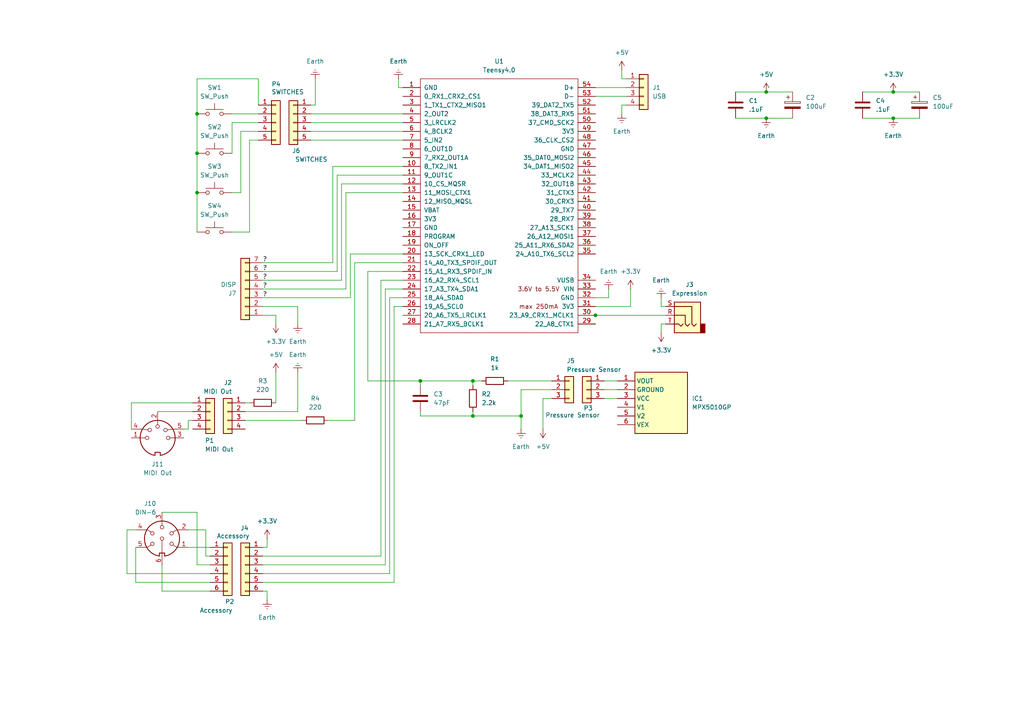
<source format=kicad_sch>
(kicad_sch (version 20250114) (generator "eeschema") (generator_version "9.0")
  (paper "A4")
  (lib_symbols
    (symbol "Connector:DIN-5_180degree" (pin_names (offset 1.016))
      (property "Reference" "J" (at 3.175 5.715 0))
      (property "Value" "DIN-5_180degree" (at 0 -6.35 0))
      (symbol "DIN-5_180degree_0_1"
        (polyline (pts (xy -5.08 2.54) (xy -4.318 2.54) (xy -2.794 2.286)))
        (polyline (pts (xy -5.08 0) (xy -3.556 0)))
        (circle (center -3.048 0) (radius 0.508))
        (circle (center -2.286 2.286) (radius 0.508))
        (polyline (pts (xy -0.762 -4.953) (xy -0.762 -4.191) (xy 0.762 -4.191) (xy 0.762 -4.953)) (stroke (width 0.254)))
        (arc (start 5.08 0) (mid 3.8673 -3.3444) (end 0.762 -5.08) (stroke (width 0.254)))
        (polyline (pts (xy 0 5.08) (xy 0 3.81)))
        (circle (center 0 3.302) (radius 0.508))
        (arc (start -5.08 0) (mid 0 5.0579) (end 5.08 0) (stroke (width 0.254)))
        (arc (start -0.762 -5.08) (mid -3.8597 -3.3379) (end -5.08 0) (stroke (width 0.254)))
        (circle (center 2.286 2.286) (radius 0.508))
        (circle (center 3.048 0) (radius 0.508))
        (polyline (pts (xy 5.08 2.54) (xy 4.318 2.54) (xy 2.794 2.286)))
        (polyline (pts (xy 5.08 0) (xy 3.556 0)))
      )
      (symbol "DIN-5_180degree_1_1"
        (pin passive line (at -7.62 2.54 0) (length 2.54) (name "~") (number "4"))
        (pin passive line (at -7.62 0 0) (length 2.54) (name "~") (number "1"))
        (pin passive line (at 0 7.62 270) (length 2.54) (name "~") (number "2"))
        (pin passive line (at 7.62 2.54 180) (length 2.54) (name "~") (number "5"))
        (pin passive line (at 7.62 0 180) (length 2.54) (name "~") (number "3"))
      )
    )
    (symbol "Connector:DIN-6" (pin_names (offset 1.016))
      (property "Reference" "J" (at 3.175 5.715 0))
      (property "Value" "DIN-6" (at 4.445 -4.445 0))
      (symbol "DIN-6_0_1"
        (polyline (pts (xy -5.08 2.54) (xy -4.318 2.54) (xy -3.175 1.905)))
        (polyline (pts (xy -5.08 -2.54) (xy -4.318 -2.54) (xy -3.175 -1.905)))
        (circle (center -2.794 1.524) (radius 0.508))
        (circle (center -2.794 -1.524) (radius 0.508))
        (polyline (pts (xy -0.762 -4.953) (xy -0.762 -4.191) (xy 0.762 -4.191) (xy 0.762 -4.953)) (stroke (width 0.254)))
        (arc (start 5.08 0) (mid 3.8673 -3.3444) (end 0.762 -5.08) (stroke (width 0.254)))
        (polyline (pts (xy 0 5.08) (xy 0 3.81)))
        (circle (center 0 3.302) (radius 0.508))
        (circle (center 0 0) (radius 0.508))
        (arc (start -5.08 0) (mid 0 5.0579) (end 5.08 0) (stroke (width 0.254)))
        (polyline (pts (xy 0 -5.08) (xy 0 -0.508)))
        (arc (start -0.762 -5.08) (mid -3.8597 -3.3379) (end -5.08 0) (stroke (width 0.254)))
        (circle (center 2.794 1.524) (radius 0.508))
        (circle (center 2.794 -1.524) (radius 0.508))
        (polyline (pts (xy 5.08 2.54) (xy 4.318 2.54) (xy 3.175 1.905)))
        (polyline (pts (xy 5.08 -2.54) (xy 4.318 -2.54) (xy 3.175 -1.905)))
      )
      (symbol "DIN-6_1_1"
        (pin passive line (at -7.62 2.54 0) (length 2.54) (name "~") (number "2"))
        (pin passive line (at -7.62 -2.54 0) (length 2.54) (name "~") (number "1"))
        (pin passive line (at 0 7.62 270) (length 2.54) (name "~") (number "3"))
        (pin passive line (at 0 -7.62 90) (length 2.54) (name "~") (number "6"))
        (pin passive line (at 7.62 2.54 180) (length 2.54) (name "~") (number "4"))
        (pin passive line (at 7.62 -2.54 180) (length 2.54) (name "~") (number "5"))
      )
    )
    (symbol "Connector_Audio:AudioJack3"
      (property "Reference" "J" (at 0 8.89 0))
      (property "Value" "AudioJack3" (at 0 6.35 0))
      (symbol "AudioJack3_0_1"
        (rectangle (start -5.08 -5.08) (end -6.35 -2.54) (stroke (width 0.254)) (fill (type outline)))
        (polyline (pts (xy -1.905 -2.54) (xy -1.27 -3.175) (xy -0.635 -2.54) (xy -0.635 0) (xy 2.54 0)) (stroke (width 0.254)))
        (polyline (pts (xy 0 -2.54) (xy 0.635 -3.175) (xy 1.27 -2.54) (xy 2.54 -2.54)) (stroke (width 0.254)))
        (rectangle (start 2.54 3.81) (end -5.08 -5.08) (stroke (width 0.254)) (fill (type background)))
        (polyline (pts (xy 2.54 2.54) (xy -2.54 2.54) (xy -2.54 -2.54) (xy -3.175 -3.175) (xy -3.81 -2.54)) (stroke (width 0.254)))
      )
      (symbol "AudioJack3_1_1"
        (pin passive line (at 5.08 2.54 180) (length 2.54) (name "~") (number "S"))
        (pin passive line (at 5.08 0 180) (length 2.54) (name "~") (number "R"))
        (pin passive line (at 5.08 -2.54 180) (length 2.54) (name "~") (number "T"))
      )
    )
    (symbol "Connector_Generic:Conn_01x03" (pin_names (offset 1.016) (hide yes))
      (property "Reference" "J" (at 0 5.08 0))
      (property "Value" "Conn_01x03" (at 0 -5.08 0))
      (symbol "Conn_01x03_1_1"
        (rectangle (start -1.27 3.81) (end 1.27 -3.81) (stroke (width 0.254)) (fill (type background)))
        (rectangle (start -1.27 2.667) (end 0 2.413) (stroke (width 0.1524)))
        (rectangle (start -1.27 0.127) (end 0 -0.127) (stroke (width 0.1524)))
        (rectangle (start -1.27 -2.413) (end 0 -2.667) (stroke (width 0.1524)))
        (pin passive line (at -5.08 2.54 0) (length 3.81) (name "Pin_1") (number "1"))
        (pin passive line (at -5.08 0 0) (length 3.81) (name "Pin_2") (number "2"))
        (pin passive line (at -5.08 -2.54 0) (length 3.81) (name "Pin_3") (number "3"))
      )
    )
    (symbol "Connector_Generic:Conn_01x04" (pin_names (offset 1.016) (hide yes))
      (property "Reference" "J" (at 0 5.08 0))
      (property "Value" "Conn_01x04" (at 0 -7.62 0))
      (symbol "Conn_01x04_1_1"
        (rectangle (start -1.27 3.81) (end 1.27 -6.35) (stroke (width 0.254)) (fill (type background)))
        (rectangle (start -1.27 2.667) (end 0 2.413) (stroke (width 0.1524)))
        (rectangle (start -1.27 0.127) (end 0 -0.127) (stroke (width 0.1524)))
        (rectangle (start -1.27 -2.413) (end 0 -2.667) (stroke (width 0.1524)))
        (rectangle (start -1.27 -4.953) (end 0 -5.207) (stroke (width 0.1524)))
        (pin passive line (at -5.08 2.54 0) (length 3.81) (name "Pin_1") (number "1"))
        (pin passive line (at -5.08 0 0) (length 3.81) (name "Pin_2") (number "2"))
        (pin passive line (at -5.08 -2.54 0) (length 3.81) (name "Pin_3") (number "3"))
        (pin passive line (at -5.08 -5.08 0) (length 3.81) (name "Pin_4") (number "4"))
      )
    )
    (symbol "Connector_Generic:Conn_01x05" (pin_names (offset 1.016) (hide yes))
      (property "Reference" "J" (at 0 7.62 0))
      (property "Value" "Conn_01x05" (at 0 -7.62 0))
      (symbol "Conn_01x05_1_1"
        (rectangle (start -1.27 6.35) (end 1.27 -6.35) (stroke (width 0.254)) (fill (type background)))
        (rectangle (start -1.27 5.207) (end 0 4.953) (stroke (width 0.1524)))
        (rectangle (start -1.27 2.667) (end 0 2.413) (stroke (width 0.1524)))
        (rectangle (start -1.27 0.127) (end 0 -0.127) (stroke (width 0.1524)))
        (rectangle (start -1.27 -2.413) (end 0 -2.667) (stroke (width 0.1524)))
        (rectangle (start -1.27 -4.953) (end 0 -5.207) (stroke (width 0.1524)))
        (pin passive line (at -5.08 5.08 0) (length 3.81) (name "Pin_1") (number "1"))
        (pin passive line (at -5.08 2.54 0) (length 3.81) (name "Pin_2") (number "2"))
        (pin passive line (at -5.08 0 0) (length 3.81) (name "Pin_3") (number "3"))
        (pin passive line (at -5.08 -2.54 0) (length 3.81) (name "Pin_4") (number "4"))
        (pin passive line (at -5.08 -5.08 0) (length 3.81) (name "Pin_5") (number "5"))
      )
    )
    (symbol "Connector_Generic:Conn_01x06" (pin_names (offset 1.016) (hide yes))
      (property "Reference" "J" (at 0 7.62 0))
      (property "Value" "Conn_01x06" (at 0 -10.16 0))
      (symbol "Conn_01x06_1_1"
        (rectangle (start -1.27 6.35) (end 1.27 -8.89) (stroke (width 0.254)) (fill (type background)))
        (rectangle (start -1.27 5.207) (end 0 4.953) (stroke (width 0.1524)))
        (rectangle (start -1.27 2.667) (end 0 2.413) (stroke (width 0.1524)))
        (rectangle (start -1.27 0.127) (end 0 -0.127) (stroke (width 0.1524)))
        (rectangle (start -1.27 -2.413) (end 0 -2.667) (stroke (width 0.1524)))
        (rectangle (start -1.27 -4.953) (end 0 -5.207) (stroke (width 0.1524)))
        (rectangle (start -1.27 -7.493) (end 0 -7.747) (stroke (width 0.1524)))
        (pin passive line (at -5.08 5.08 0) (length 3.81) (name "Pin_1") (number "1"))
        (pin passive line (at -5.08 2.54 0) (length 3.81) (name "Pin_2") (number "2"))
        (pin passive line (at -5.08 0 0) (length 3.81) (name "Pin_3") (number "3"))
        (pin passive line (at -5.08 -2.54 0) (length 3.81) (name "Pin_4") (number "4"))
        (pin passive line (at -5.08 -5.08 0) (length 3.81) (name "Pin_5") (number "5"))
        (pin passive line (at -5.08 -7.62 0) (length 3.81) (name "Pin_6") (number "6"))
      )
    )
    (symbol "Connector_Generic:Conn_01x07" (pin_names (offset 1.016) (hide yes))
      (property "Reference" "J" (at 0 10.16 0))
      (property "Value" "Conn_01x07" (at 0 -10.16 0))
      (symbol "Conn_01x07_1_1"
        (rectangle (start -1.27 8.89) (end 1.27 -8.89) (stroke (width 0.254)) (fill (type background)))
        (rectangle (start -1.27 7.747) (end 0 7.493) (stroke (width 0.1524)))
        (rectangle (start -1.27 5.207) (end 0 4.953) (stroke (width 0.1524)))
        (rectangle (start -1.27 2.667) (end 0 2.413) (stroke (width 0.1524)))
        (rectangle (start -1.27 0.127) (end 0 -0.127) (stroke (width 0.1524)))
        (rectangle (start -1.27 -2.413) (end 0 -2.667) (stroke (width 0.1524)))
        (rectangle (start -1.27 -4.953) (end 0 -5.207) (stroke (width 0.1524)))
        (rectangle (start -1.27 -7.493) (end 0 -7.747) (stroke (width 0.1524)))
        (pin passive line (at -5.08 7.62 0) (length 3.81) (name "Pin_1") (number "1"))
        (pin passive line (at -5.08 5.08 0) (length 3.81) (name "Pin_2") (number "2"))
        (pin passive line (at -5.08 2.54 0) (length 3.81) (name "Pin_3") (number "3"))
        (pin passive line (at -5.08 0 0) (length 3.81) (name "Pin_4") (number "4"))
        (pin passive line (at -5.08 -2.54 0) (length 3.81) (name "Pin_5") (number "5"))
        (pin passive line (at -5.08 -5.08 0) (length 3.81) (name "Pin_6") (number "6"))
        (pin passive line (at -5.08 -7.62 0) (length 3.81) (name "Pin_7") (number "7"))
      )
    )
    (symbol "Device:C" (pin_numbers (hide yes)) (pin_names (offset 0.254))
      (property "Reference" "C" (at 0.635 2.54 0))
      (property "Value" "C" (at 0.635 -2.54 0))
      (symbol "C_0_1"
        (polyline (pts (xy -2.032 0.762) (xy 2.032 0.762)) (stroke (width 0.508)))
        (polyline (pts (xy -2.032 -0.762) (xy 2.032 -0.762)) (stroke (width 0.508)))
      )
      (symbol "C_1_1"
        (pin passive line (at 0 3.81 270) (length 2.794) (name "~") (number "1"))
        (pin passive line (at 0 -3.81 90) (length 2.794) (name "~") (number "2"))
      )
    )
    (symbol "Device:C_Polarized" (pin_numbers (hide yes)) (pin_names (offset 0.254))
      (property "Reference" "C" (at 0.635 2.54 0))
      (property "Value" "C_Polarized" (at 0.635 -2.54 0))
      (symbol "C_Polarized_0_1"
        (rectangle (start -2.286 0.508) (end 2.286 1.016))
        (polyline (pts (xy -1.778 2.286) (xy -0.762 2.286)))
        (polyline (pts (xy -1.27 2.794) (xy -1.27 1.778)))
        (rectangle (start 2.286 -0.508) (end -2.286 -1.016) (fill (type outline)))
      )
      (symbol "C_Polarized_1_1"
        (pin passive line (at 0 3.81 270) (length 2.794) (name "~") (number "1"))
        (pin passive line (at 0 -3.81 90) (length 2.794) (name "~") (number "2"))
      )
    )
    (symbol "Device:R" (pin_numbers (hide yes)) (pin_names (offset 0))
      (property "Reference" "R" (at 2.032 0 90))
      (property "Value" "R" (at 0 0 90))
      (symbol "R_0_1"
        (rectangle (start -1.016 -2.54) (end 1.016 2.54) (stroke (width 0.254)))
      )
      (symbol "R_1_1"
        (pin passive line (at 0 3.81 270) (length 1.27) (name "~") (number "1"))
        (pin passive line (at 0 -3.81 90) (length 1.27) (name "~") (number "2"))
      )
    )
    (symbol "MPX5010GP:MPX5010GP"
      (property "Reference" "IC" (at 21.59 7.62 0))
      (property "Value" "MPX5010GP" (at 21.59 5.08 0))
      (symbol "MPX5010GP_1_1"
        (rectangle (start 5.08 2.54) (end 20.32 -15.24) (stroke (width 0.254)) (fill (type background)))
        (pin passive line (at 0 0 0) (length 5.08) (name "VOUT") (number "1"))
        (pin passive line (at 0 -2.54 0) (length 5.08) (name "GROUND") (number "2"))
        (pin passive line (at 0 -5.08 0) (length 5.08) (name "VCC") (number "3"))
        (pin passive line (at 0 -7.62 0) (length 5.08) (name "V1") (number "4"))
        (pin passive line (at 0 -10.16 0) (length 5.08) (name "V2") (number "5"))
        (pin passive line (at 0 -12.7 0) (length 5.08) (name "VEX") (number "6"))
      )
    )
    (symbol "Switch:SW_Push" (pin_numbers (hide yes)) (pin_names (offset 1.016) (hide yes))
      (property "Reference" "SW" (at 1.27 2.54 0))
      (property "Value" "SW_Push" (at 0 -1.524 0))
      (symbol "SW_Push_0_1"
        (circle (center -2.032 0) (radius 0.508))
        (polyline (pts (xy 0 1.27) (xy 0 3.048)))
        (circle (center 2.032 0) (radius 0.508))
        (polyline (pts (xy 2.54 1.27) (xy -2.54 1.27)))
        (pin passive line (at -5.08 0 0) (length 2.54) (name "1") (number "1"))
        (pin passive line (at 5.08 0 180) (length 2.54) (name "2") (number "2"))
      )
    )
    (symbol "power:+3.3V" (power) (pin_numbers (hide yes)) (pin_names (offset 0) (hide yes))
      (property "Value" "+3.3V" (at 0 3.556 0))
      (symbol "+3.3V_0_1"
        (polyline (pts (xy -0.762 1.27) (xy 0 2.54)))
        (polyline (pts (xy 0 2.54) (xy 0.762 1.27)))
        (polyline (pts (xy 0 0) (xy 0 2.54)))
      )
      (symbol "+3.3V_1_1"
        (pin power_in line (at 0 0 90) (length 0) (name "~") (number "1"))
      )
    )
    (symbol "power:+5V" (power) (pin_numbers (hide yes)) (pin_names (offset 0) (hide yes))
      (property "Value" "+5V" (at 0 3.556 0))
      (symbol "+5V_0_1"
        (polyline (pts (xy -0.762 1.27) (xy 0 2.54)))
        (polyline (pts (xy 0 2.54) (xy 0.762 1.27)))
        (polyline (pts (xy 0 0) (xy 0 2.54)))
      )
      (symbol "+5V_1_1"
        (pin power_in line (at 0 0 90) (length 0) (name "~") (number "1"))
      )
    )
    (symbol "power:Earth" (power) (pin_numbers (hide yes)) (pin_names (offset 0) (hide yes))
      (property "Value" "Earth" (at 0 -3.81 0))
      (symbol "Earth_0_1"
        (polyline (pts (xy -0.635 -1.905) (xy 0.635 -1.905)))
        (polyline (pts (xy -0.127 -2.54) (xy 0.127 -2.54)))
        (polyline (pts (xy 0 -1.27) (xy 0 0)))
        (polyline (pts (xy 1.27 -1.27) (xy -1.27 -1.27)))
      )
      (symbol "Earth_1_1"
        (pin power_in line (at 0 0 270) (length 0) (name "~") (number "1"))
      )
    )
    (symbol "teensy:Teensy4.0" (pin_names (offset 1.016))
      (property "Reference" "U" (at 0 39.37 0))
      (property "Value" "Teensy4.0" (at 0 -39.37 0))
      (symbol "Teensy4.0_0_0"
        (text "3.6V to 5.5V" (at 11.43 -24.13 0) (effects (font (size 1.27 1.27))))
        (text "max 250mA" (at 11.43 -29.21 0) (effects (font (size 1.27 1.27))))
        (pin bidirectional line (at -27.94 24.13 0) (length 5.08) (name "3_LRCLK2") (number "5"))
        (pin bidirectional line (at -27.94 21.59 0) (length 5.08) (name "4_BCLK2") (number "6"))
        (pin bidirectional line (at -27.94 19.05 0) (length 5.08) (name "5_IN2") (number "7"))
        (pin bidirectional line (at -27.94 16.51 0) (length 5.08) (name "6_OUT1D") (number "8"))
        (pin bidirectional line (at -27.94 13.97 0) (length 5.08) (name "7_RX2_OUT1A") (number "9"))
        (pin bidirectional line (at -27.94 11.43 0) (length 5.08) (name "8_TX2_IN1") (number "10"))
        (pin bidirectional line (at -27.94 8.89 0) (length 5.08) (name "9_OUT1C") (number "11"))
        (pin bidirectional line (at -27.94 6.35 0) (length 5.08) (name "10_CS_MQSR") (number "12"))
        (pin bidirectional line (at -27.94 3.81 0) (length 5.08) (name "11_MOSI_CTX1") (number "13"))
        (pin bidirectional line (at -27.94 1.27 0) (length 5.08) (name "12_MISO_MQSL") (number "14"))
        (pin power_in line (at -27.94 -1.27 0) (length 5.08) (name "VBAT") (number "15"))
        (pin power_in line (at -27.94 -3.81 0) (length 5.08) (name "3V3") (number "16"))
        (pin power_in line (at -27.94 -6.35 0) (length 5.08) (name "GND") (number "17"))
        (pin input line (at -27.94 -8.89 0) (length 5.08) (name "PROGRAM") (number "18"))
        (pin input line (at -27.94 -11.43 0) (length 5.08) (name "ON_OFF") (number "19"))
        (pin bidirectional line (at -27.94 -13.97 0) (length 5.08) (name "13_SCK_CRX1_LED") (number "20"))
        (pin bidirectional line (at -27.94 -16.51 0) (length 5.08) (name "14_A0_TX3_SPDIF_OUT") (number "21"))
        (pin bidirectional line (at -27.94 -19.05 0) (length 5.08) (name "15_A1_RX3_SPDIF_IN") (number "22"))
        (pin bidirectional line (at -27.94 -21.59 0) (length 5.08) (name "16_A2_RX4_SCL1") (number "23"))
        (pin bidirectional line (at -27.94 -24.13 0) (length 5.08) (name "17_A3_TX4_SDA1") (number "24"))
        (pin bidirectional line (at -27.94 -26.67 0) (length 5.08) (name "18_A4_SDA0") (number "25"))
        (pin bidirectional line (at -27.94 -29.21 0) (length 5.08) (name "19_A5_SCL0") (number "26"))
        (pin bidirectional line (at -27.94 -31.75 0) (length 5.08) (name "20_A6_TX5_LRCLK1") (number "27"))
        (pin bidirectional line (at -27.94 -34.29 0) (length 5.08) (name "21_A7_RX5_BCLK1") (number "28"))
        (pin bidirectional line (at 27.94 34.29 180) (length 5.08) (name "D+") (number "54"))
        (pin bidirectional line (at 27.94 31.75 180) (length 5.08) (name "D-") (number "53"))
        (pin bidirectional line (at 27.94 29.21 180) (length 5.08) (name "39_DAT2_TX5") (number "52"))
        (pin bidirectional line (at 27.94 26.67 180) (length 5.08) (name "38_DAT3_RX5") (number "51"))
        (pin bidirectional line (at 27.94 24.13 180) (length 5.08) (name "37_CMD_SCK2") (number "50"))
        (pin power_out line (at 27.94 21.59 180) (length 5.08) (name "3V3") (number "49"))
        (pin bidirectional line (at 27.94 19.05 180) (length 5.08) (name "36_CLK_CS2") (number "48"))
        (pin power_out line (at 27.94 16.51 180) (length 5.08) (name "GND") (number "47"))
        (pin bidirectional line (at 27.94 13.97 180) (length 5.08) (name "35_DAT0_MOSI2") (number "46"))
        (pin bidirectional line (at 27.94 11.43 180) (length 5.08) (name "34_DAT1_MISO2") (number "45"))
        (pin bidirectional line (at 27.94 8.89 180) (length 5.08) (name "33_MCLK2") (number "44"))
        (pin bidirectional line (at 27.94 6.35 180) (length 5.08) (name "32_OUT1B") (number "43"))
        (pin bidirectional line (at 27.94 3.81 180) (length 5.08) (name "31_CTX3") (number "42"))
        (pin bidirectional line (at 27.94 1.27 180) (length 5.08) (name "30_CRX3") (number "41"))
        (pin bidirectional line (at 27.94 -1.27 180) (length 5.08) (name "29_TX7") (number "40"))
        (pin bidirectional line (at 27.94 -3.81 180) (length 5.08) (name "28_RX7") (number "39"))
        (pin bidirectional line (at 27.94 -6.35 180) (length 5.08) (name "27_A13_SCK1") (number "38"))
        (pin bidirectional line (at 27.94 -8.89 180) (length 5.08) (name "26_A12_MOSI1") (number "37"))
        (pin bidirectional line (at 27.94 -11.43 180) (length 5.08) (name "25_A11_RX6_SDA2") (number "36"))
        (pin bidirectional line (at 27.94 -13.97 180) (length 5.08) (name "24_A10_TX6_SCL2") (number "35"))
        (pin power_out line (at 27.94 -21.59 180) (length 5.08) (name "VUSB") (number "34"))
        (pin power_in line (at 27.94 -24.13 180) (length 5.08) (name "VIN") (number "33"))
        (pin power_in line (at 27.94 -26.67 180) (length 5.08) (name "GND") (number "32"))
        (pin power_out line (at 27.94 -29.21 180) (length 5.08) (name "3V3") (number "31"))
        (pin bidirectional line (at 27.94 -31.75 180) (length 5.08) (name "23_A9_CRX1_MCLK1") (number "30"))
        (pin bidirectional line (at 27.94 -34.29 180) (length 5.08) (name "22_A8_CTX1") (number "29"))
      )
      (symbol "Teensy4.0_0_1"
        (rectangle (start -22.86 36.83) (end 22.86 -36.83))
        (rectangle (start -20.32 -31.75) (end -20.32 -31.75))
      )
      (symbol "Teensy4.0_1_1"
        (pin power_in line (at -27.94 34.29 0) (length 5.08) (name "GND") (number "1"))
        (pin bidirectional line (at -27.94 31.75 0) (length 5.08) (name "0_RX1_CRX2_CS1") (number "2"))
        (pin bidirectional line (at -27.94 29.21 0) (length 5.08) (name "1_TX1_CTX2_MISO1") (number "3"))
        (pin bidirectional line (at -27.94 26.67 0) (length 5.08) (name "2_OUT2") (number "4"))
      )
    )
  )
  (junction (at 57.15 33.02))
  (junction (at 259.08 26.67))
  (junction (at 57.15 44.45))
  (junction (at 222.25 34.29))
  (junction (at 222.25 26.67))
  (junction (at 57.15 55.88))
  (junction (at 121.92 110.49))
  (junction (at 137.16 120.65))
  (junction (at 151.13 120.65))
  (junction (at 137.16 110.49))
  (junction (at 172.72 91.44))
  (junction (at 259.08 34.29))
  (wire (pts (xy 115.57 25.4) (xy 115.57 22.86)))
  (wire (pts (xy 69.85 38.1) (xy 74.93 38.1)))
  (wire (pts (xy 172.72 27.94) (xy 181.61 27.94)))
  (wire (pts (xy 102.87 121.92) (xy 102.87 76.2)))
  (wire (pts (xy 250.19 26.67) (xy 259.08 26.67)))
  (wire (pts (xy 121.92 110.49) (xy 121.92 111.76)))
  (wire (pts (xy 71.12 119.38) (xy 86.36 119.38)))
  (wire (pts (xy 139.7 110.49) (xy 137.16 110.49)))
  (wire (pts (xy 86.36 119.38) (xy 86.36 107.95)))
  (wire (pts (xy 172.72 25.4) (xy 181.61 25.4)))
  (wire (pts (xy 160.02 115.57) (xy 157.48 115.57)))
  (wire (pts (xy 76.2 91.44) (xy 80.01 91.44)))
  (wire (pts (xy 86.36 88.9) (xy 86.36 93.98)))
  (wire (pts (xy 213.36 34.29) (xy 222.25 34.29)))
  (wire (pts (xy 38.1 124.46) (xy 38.1 116.84)))
  (wire (pts (xy 67.31 35.56) (xy 74.93 35.56)))
  (wire (pts (xy 57.15 22.86) (xy 57.15 33.02)))
  (wire (pts (xy 53.34 124.46) (xy 54.61 124.46)))
  (wire (pts (xy 250.19 34.29) (xy 259.08 34.29)))
  (wire (pts (xy 76.2 76.2) (xy 96.52 76.2)))
  (wire (pts (xy 114.3 88.9) (xy 114.3 168.91)))
  (wire (pts (xy 175.26 110.49) (xy 179.07 110.49)))
  (wire (pts (xy 191.77 88.9) (xy 191.77 86.36)))
  (wire (pts (xy 97.79 50.8) (xy 116.84 50.8)))
  (wire (pts (xy 160.02 113.03) (xy 151.13 113.03)))
  (wire (pts (xy 39.37 168.91) (xy 39.37 158.75)))
  (wire (pts (xy 116.84 78.74) (xy 106.68 78.74)))
  (wire (pts (xy 74.93 30.48) (xy 74.93 22.86)))
  (wire (pts (xy 74.93 22.86) (xy 57.15 22.86)))
  (wire (pts (xy 101.6 73.66) (xy 101.6 86.36)))
  (wire (pts (xy 59.69 153.67) (xy 54.61 153.67)))
  (wire (pts (xy 45.72 119.38) (xy 55.88 119.38)))
  (wire (pts (xy 137.16 120.65) (xy 137.16 119.38)))
  (wire (pts (xy 222.25 34.29) (xy 229.87 34.29)))
  (wire (pts (xy 76.2 78.74) (xy 97.79 78.74)))
  (wire (pts (xy 182.88 88.9) (xy 182.88 83.82)))
  (wire (pts (xy 111.76 83.82) (xy 116.84 83.82)))
  (wire (pts (xy 95.25 121.92) (xy 102.87 121.92)))
  (wire (pts (xy 91.44 30.48) (xy 91.44 22.86)))
  (wire (pts (xy 76.2 83.82) (xy 100.33 83.82)))
  (wire (pts (xy 76.2 163.83) (xy 111.76 163.83)))
  (wire (pts (xy 60.96 166.37) (xy 36.83 166.37)))
  (wire (pts (xy 106.68 110.49) (xy 121.92 110.49)))
  (wire (pts (xy 72.39 116.84) (xy 71.12 116.84)))
  (wire (pts (xy 151.13 113.03) (xy 151.13 120.65)))
  (wire (pts (xy 181.61 30.48) (xy 180.34 30.48)))
  (wire (pts (xy 80.01 107.95) (xy 80.01 116.84)))
  (wire (pts (xy 171.45 93.98) (xy 172.72 93.98)))
  (wire (pts (xy 172.72 91.44) (xy 193.04 91.44)))
  (wire (pts (xy 90.17 38.1) (xy 116.84 38.1)))
  (wire (pts (xy 57.15 148.59) (xy 46.99 148.59)))
  (wire (pts (xy 77.47 171.45) (xy 77.47 173.99)))
  (wire (pts (xy 38.1 116.84) (xy 55.88 116.84)))
  (wire (pts (xy 60.96 161.29) (xy 59.69 161.29)))
  (wire (pts (xy 116.84 86.36) (xy 113.03 86.36)))
  (wire (pts (xy 110.49 161.29) (xy 76.2 161.29)))
  (wire (pts (xy 77.47 158.75) (xy 77.47 156.21)))
  (wire (pts (xy 76.2 81.28) (xy 99.06 81.28)))
  (wire (pts (xy 76.2 88.9) (xy 86.36 88.9)))
  (wire (pts (xy 180.34 22.86) (xy 180.34 20.32)))
  (wire (pts (xy 76.2 158.75) (xy 77.47 158.75)))
  (wire (pts (xy 175.26 115.57) (xy 179.07 115.57)))
  (wire (pts (xy 102.87 76.2) (xy 116.84 76.2)))
  (wire (pts (xy 76.2 86.36) (xy 101.6 86.36)))
  (wire (pts (xy 60.96 171.45) (xy 46.99 171.45)))
  (wire (pts (xy 46.99 171.45) (xy 46.99 163.83)))
  (wire (pts (xy 76.2 168.91) (xy 114.3 168.91)))
  (wire (pts (xy 72.39 67.31) (xy 67.31 67.31)))
  (wire (pts (xy 111.76 163.83) (xy 111.76 83.82)))
  (wire (pts (xy 57.15 44.45) (xy 57.15 55.88)))
  (wire (pts (xy 121.92 120.65) (xy 137.16 120.65)))
  (wire (pts (xy 54.61 121.92) (xy 55.88 121.92)))
  (wire (pts (xy 193.04 93.98) (xy 191.77 93.98)))
  (wire (pts (xy 222.25 26.67) (xy 229.87 26.67)))
  (wire (pts (xy 69.85 55.88) (xy 67.31 55.88)))
  (wire (pts (xy 96.52 48.26) (xy 116.84 48.26)))
  (wire (pts (xy 90.17 35.56) (xy 116.84 35.56)))
  (wire (pts (xy 76.2 171.45) (xy 77.47 171.45)))
  (wire (pts (xy 57.15 33.02) (xy 57.15 44.45)))
  (wire (pts (xy 110.49 81.28) (xy 110.49 161.29)))
  (wire (pts (xy 36.83 166.37) (xy 36.83 153.67)))
  (wire (pts (xy 116.84 88.9) (xy 114.3 88.9)))
  (wire (pts (xy 157.48 115.57) (xy 157.48 124.46)))
  (wire (pts (xy 213.36 26.67) (xy 222.25 26.67)))
  (wire (pts (xy 116.84 81.28) (xy 110.49 81.28)))
  (wire (pts (xy 72.39 40.64) (xy 74.93 40.64)))
  (wire (pts (xy 121.92 110.49) (xy 137.16 110.49)))
  (wire (pts (xy 181.61 22.86) (xy 180.34 22.86)))
  (wire (pts (xy 60.96 158.75) (xy 54.61 158.75)))
  (wire (pts (xy 67.31 33.02) (xy 74.93 33.02)))
  (wire (pts (xy 151.13 120.65) (xy 151.13 124.46)))
  (wire (pts (xy 113.03 166.37) (xy 76.2 166.37)))
  (wire (pts (xy 191.77 93.98) (xy 191.77 96.52)))
  (wire (pts (xy 259.08 34.29) (xy 266.7 34.29)))
  (wire (pts (xy 180.34 30.48) (xy 180.34 33.02)))
  (wire (pts (xy 57.15 55.88) (xy 57.15 67.31)))
  (wire (pts (xy 106.68 78.74) (xy 106.68 110.49)))
  (wire (pts (xy 90.17 40.64) (xy 116.84 40.64)))
  (wire (pts (xy 171.45 91.44) (xy 172.72 91.44)))
  (wire (pts (xy 172.72 86.36) (xy 176.53 86.36)))
  (wire (pts (xy 116.84 73.66) (xy 101.6 73.66)))
  (wire (pts (xy 57.15 163.83) (xy 57.15 148.59)))
  (wire (pts (xy 59.69 161.29) (xy 59.69 153.67)))
  (wire (pts (xy 67.31 35.56) (xy 67.31 44.45)))
  (wire (pts (xy 137.16 110.49) (xy 137.16 111.76)))
  (wire (pts (xy 137.16 120.65) (xy 151.13 120.65)))
  (wire (pts (xy 113.03 86.36) (xy 113.03 166.37)))
  (wire (pts (xy 60.96 168.91) (xy 39.37 168.91)))
  (wire (pts (xy 90.17 30.48) (xy 91.44 30.48)))
  (wire (pts (xy 71.12 121.92) (xy 87.63 121.92)))
  (wire (pts (xy 99.06 53.34) (xy 99.06 81.28)))
  (wire (pts (xy 147.32 110.49) (xy 160.02 110.49)))
  (wire (pts (xy 90.17 33.02) (xy 116.84 33.02)))
  (wire (pts (xy 69.85 38.1) (xy 69.85 55.88)))
  (wire (pts (xy 80.01 91.44) (xy 80.01 93.98)))
  (wire (pts (xy 175.26 113.03) (xy 179.07 113.03)))
  (wire (pts (xy 54.61 124.46) (xy 54.61 121.92)))
  (wire (pts (xy 100.33 55.88) (xy 116.84 55.88)))
  (wire (pts (xy 116.84 53.34) (xy 99.06 53.34)))
  (wire (pts (xy 36.83 153.67) (xy 39.37 153.67)))
  (wire (pts (xy 121.92 120.65) (xy 121.92 119.38)))
  (wire (pts (xy 172.72 88.9) (xy 182.88 88.9)))
  (wire (pts (xy 116.84 25.4) (xy 115.57 25.4)))
  (wire (pts (xy 97.79 78.74) (xy 97.79 50.8)))
  (wire (pts (xy 176.53 86.36) (xy 176.53 83.82)))
  (wire (pts (xy 193.04 88.9) (xy 191.77 88.9)))
  (wire (pts (xy 96.52 48.26) (xy 96.52 76.2)))
  (wire (pts (xy 259.08 26.67) (xy 266.7 26.67)))
  (wire (pts (xy 60.96 163.83) (xy 57.15 163.83)))
  (wire (pts (xy 100.33 55.88) (xy 100.33 83.82)))
  (wire (pts (xy 72.39 40.64) (xy 72.39 67.31)))
  (label "?" (at 76.2 81.28 0))
  (label "?" (at 76.2 78.74 0))
  (label "?" (at 76.2 83.82 0))
  (label "?" (at 76.2 76.2 0))
  (label "?" (at 76.2 86.36 0))
  (symbol (lib_id "Switch:SW_Push") (at 62.23 55.88 0) (unit 1)
    (property "Reference" "SW3" (at 62.23 48.26 0))
    (property "Value" "SW_Push" (at 62.23 50.8 0))
    (property "Description" "Push button switch, generic, two pins" (effects (hide yes)))
  )
  (symbol (lib_id "Device:R") (at 91.44 121.92 270) (mirror x) (unit 1)
    (property "Reference" "R4" (at 91.44 115.57 90))
    (property "Value" "220" (at 91.44 118.11 90))
    (property "Description" "Resistor" (effects (hide yes)))
  )
  (symbol (lib_id "Connector_Generic:Conn_01x04") (at 60.96 119.38 0) (unit 1)
    (property "Reference" "P1" (at 59.436 127.762 0) (effects (justify left)))
    (property "Value" "MIDI Out" (at 59.436 130.302 0) (effects (justify left)))
    (property "Description" "Generic connector, single row, 01x04, script generated (kicad-library-utils/schlib/autogen/connector/)" (effects (hide yes)))
  )
  (symbol (lib_id "Switch:SW_Push") (at 62.23 67.31 0) (unit 1)
    (property "Reference" "SW4" (at 62.23 59.69 0))
    (property "Value" "SW_Push" (at 62.23 62.23 0))
    (property "Description" "Push button switch, generic, two pins" (effects (hide yes)))
  )
  (symbol (lib_id "Switch:SW_Push") (at 62.23 44.45 0) (unit 1)
    (property "Reference" "SW2" (at 62.23 36.83 0))
    (property "Value" "SW_Push" (at 62.23 39.37 0))
    (property "Description" "Push button switch, generic, two pins" (effects (hide yes)))
  )
  (symbol (lib_id "Connector:DIN-6") (at 46.99 156.21 0) (mirror y) (unit 1)
    (property "Reference" "J10" (at 45.3389 146.05 0) (effects (justify left)))
    (property "Value" "DIN-6" (at 45.3389 148.59 0) (effects (justify left)))
    (property "Datasheet" "http://www.mouser.com/ds/2/18/40_c091_abd_e-75918.pdf" (effects (hide yes)))
    (property "Description" "6-pin DIN connector" (effects (hide yes)))
  )
  (symbol (lib_id "power:Earth") (at 180.34 33.02 0) (unit 1)
    (property "Reference" "#PWR06" (effects (hide yes)))
    (property "Value" "Earth" (at 180.34 38.1 0))
    (property "Description" "Power symbol creates a global label with name \"Earth\"" (effects (hide yes)))
  )
  (symbol (lib_id "power:+5V") (at 80.01 107.95 0) (mirror y) (unit 1)
    (property "Reference" "#PWR01" (effects (hide yes)))
    (property "Value" "+5V" (at 80.01 102.87 0))
    (property "Description" "Power symbol creates a global label with name \"+5V\"" (effects (hide yes)))
  )
  (symbol (lib_id "Switch:SW_Push") (at 62.23 33.02 0) (unit 1)
    (property "Reference" "SW1" (at 62.23 25.4 0))
    (property "Value" "SW_Push" (at 62.23 27.94 0))
    (property "Description" "Push button switch, generic, two pins" (effects (hide yes)))
  )
  (symbol (lib_id "power:+3.3V") (at 182.88 83.82 0) (unit 1)
    (property "Reference" "#PWR010" (effects (hide yes)))
    (property "Value" "+3.3V" (at 182.88 78.74 0))
    (property "Description" "Power symbol creates a global label with name \"+3.3V\"" (effects (hide yes)))
  )
  (symbol (lib_id "Connector:DIN-5_180degree") (at 45.72 127 0) (unit 1)
    (property "Reference" "J11" (at 45.72 134.62 0))
    (property "Value" "MIDI Out" (at 45.72 137.16 0))
    (property "Datasheet" "http://www.mouser.com/ds/2/18/40_c091_abd_e-75918.pdf" (effects (hide yes)))
    (property "Description" "5-pin DIN connector (5-pin DIN-5 stereo)" (effects (hide yes)))
  )
  (symbol (lib_id "power:Earth") (at 176.53 83.82 0) (mirror x) (unit 1)
    (property "Reference" "#PWR011" (effects (hide yes)))
    (property "Value" "Earth" (at 176.53 78.74 0))
    (property "Description" "Power symbol creates a global label with name \"Earth\"" (effects (hide yes)))
  )
  (symbol (lib_id "Connector_Generic:Conn_01x06") (at 66.04 163.83 0) (unit 1)
    (property "Reference" "P2" (at 65.278 174.498 0) (effects (justify left)))
    (property "Value" "Accessory" (at 57.912 177.038 0) (effects (justify left)))
    (property "Description" "Generic connector, single row, 01x06, script generated (kicad-library-utils/schlib/autogen/connector/)" (effects (hide yes)))
  )
  (symbol (lib_id "power:+5V") (at 157.48 124.46 0) (mirror x) (unit 1)
    (property "Reference" "#PWR012" (effects (hide yes)))
    (property "Value" "+5V" (at 157.48 129.54 0))
    (property "Description" "Power symbol creates a global label with name \"+5V\"" (effects (hide yes)))
  )
  (symbol (lib_id "Device:C_Polarized") (at 266.7 30.48 0) (unit 1)
    (property "Reference" "C5" (at 270.51 28.3209 0) (effects (justify left)))
    (property "Value" "100uF" (at 270.51 30.8609 0) (effects (justify left)))
    (property "Description" "Polarized capacitor" (effects (hide yes)))
  )
  (symbol (lib_id "power:+3.3V") (at 259.08 26.67 0) (mirror y) (unit 1)
    (property "Reference" "#PWR020" (effects (hide yes)))
    (property "Value" "+3.3V" (at 259.08 21.59 0))
    (property "Description" "Power symbol creates a global label with name \"+3.3V\"" (effects (hide yes)))
  )
  (symbol (lib_id "Device:C") (at 250.19 30.48 0) (unit 1)
    (property "Reference" "C4" (at 254 29.2099 0) (effects (justify left)))
    (property "Value" ".1uF" (at 254 31.7499 0) (effects (justify left)))
    (property "Description" "Unpolarized capacitor" (effects (hide yes)))
  )
  (symbol (lib_id "MPX5010GP:MPX5010GP") (at 179.07 110.49 0) (unit 1)
    (property "Reference" "IC1" (at 200.66 115.5699 0) (effects (justify left)))
    (property "Value" "MPX5010GP" (at 200.66 118.1099 0) (effects (justify left)))
    (property "Footprint" "MPX5010GP" (effects (hide yes)))
    (property "Datasheet" "https://www.arrow.com/en/products/mpx5010gp/nxp-semiconductors" (effects (hide yes)))
    (property "Description" "Pressure Sensor 0.2V to 4.7V 0kPa to 10kPa Gage 6-Pin Case 867B-04 Tray" (effects (hide yes)))
    (property "Height" "29.34" (effects (hide yes)))
    (property "Manufacturer_Name" "NXP" (effects (hide yes)))
    (property "Manufacturer_Part_Number" "MPX5010GP" (effects (hide yes)))
    (property "Mouser Part Number" "841-MPX5010GP" (effects (hide yes)))
    (property "Mouser Price/Stock" "https://www.mouser.co.uk/ProductDetail/NXP-Semiconductors/MPX5010GP?qs=r8OyiFxb6RfjW5EQLP7nuA%3D%3D" (effects (hide yes)))
    (property "Arrow Part Number" "MPX5010GP" (effects (hide yes)))
    (property "Arrow Price/Stock" "https://www.arrow.com/en/products/mpx5010gp/nxp-semiconductors" (effects (hide yes)))
  )
  (symbol (lib_id "Connector_Generic:Conn_01x07") (at 71.12 83.82 180) (unit 1)
    (property "Reference" "J7" (at 68.58 85.0901 0) (effects (justify left)))
    (property "Value" "DISP" (at 68.58 82.5501 0) (effects (justify left)))
    (property "Description" "Generic connector, single row, 01x07, script generated (kicad-library-utils/schlib/autogen/connector/)" (effects (hide yes)))
  )
  (symbol (lib_id "power:Earth") (at 86.36 93.98 0) (unit 1)
    (property "Reference" "#PWR05" (effects (hide yes)))
    (property "Value" "Earth" (at 86.36 99.06 0))
    (property "Description" "Power symbol creates a global label with name \"Earth\"" (effects (hide yes)))
  )
  (symbol (lib_id "Device:R") (at 76.2 116.84 270) (mirror x) (unit 1)
    (property "Reference" "R3" (at 76.2 110.49 90))
    (property "Value" "220" (at 76.2 113.03 90))
    (property "Description" "Resistor" (effects (hide yes)))
  )
  (symbol (lib_id "teensy:Teensy4.0") (at 144.78 59.69 0) (unit 1)
    (property "Reference" "U1" (at 144.78 17.78 0))
    (property "Value" "Teensy4.0" (at 144.78 20.32 0))
  )
  (symbol (lib_id "Device:R") (at 143.51 110.49 270) (unit 1)
    (property "Reference" "R1" (at 143.51 104.14 90))
    (property "Value" "1k" (at 143.51 106.68 90))
    (property "Description" "Resistor" (effects (hide yes)))
  )
  (symbol (lib_id "power:Earth") (at 91.44 22.86 0) (mirror x) (unit 1)
    (property "Reference" "#PWR04" (effects (hide yes)))
    (property "Value" "Earth" (at 91.44 17.78 0))
    (property "Description" "Power symbol creates a global label with name \"Earth\"" (effects (hide yes)))
  )
  (symbol (lib_id "power:Earth") (at 222.25 34.29 0) (unit 1)
    (property "Reference" "#PWR018" (effects (hide yes)))
    (property "Value" "Earth" (at 222.25 39.37 0))
    (property "Description" "Power symbol creates a global label with name \"Earth\"" (effects (hide yes)))
  )
  (symbol (lib_id "Connector_Generic:Conn_01x05") (at 80.01 35.56 0) (unit 1)
    (property "Reference" "P4" (at 78.74 24.384 0) (effects (justify left)))
    (property "Value" "SWITCHES" (at 78.74 26.67 0) (effects (justify left)))
    (property "Description" "Generic connector, single row, 01x05, script generated (kicad-library-utils/schlib/autogen/connector/)" (effects (hide yes)))
  )
  (symbol (lib_id "Device:C_Polarized") (at 229.87 30.48 0) (unit 1)
    (property "Reference" "C2" (at 233.68 28.3209 0) (effects (justify left)))
    (property "Value" "100uF" (at 233.68 30.8609 0) (effects (justify left)))
    (property "Description" "Polarized capacitor" (effects (hide yes)))
  )
  (symbol (lib_id "Connector_Audio:AudioJack3") (at 198.12 91.44 0) (mirror y) (unit 1)
    (property "Reference" "J3" (at 200.025 82.55 0))
    (property "Value" "Expression" (at 200.025 85.09 0))
    (property "Description" "Audio Jack, 3 Poles (Stereo / TRS)" (effects (hide yes)))
  )
  (symbol (lib_id "Connector_Generic:Conn_01x04") (at 186.69 25.4 0) (unit 1)
    (property "Reference" "J1" (at 189.23 25.3999 0) (effects (justify left)))
    (property "Value" "USB" (at 189.23 27.9399 0) (effects (justify left)))
    (property "Description" "Generic connector, single row, 01x04, script generated (kicad-library-utils/schlib/autogen/connector/)" (effects (hide yes)))
  )
  (symbol (lib_id "power:Earth") (at 151.13 124.46 0) (unit 1)
    (property "Reference" "#PWR013" (effects (hide yes)))
    (property "Value" "Earth" (at 151.13 129.54 0))
    (property "Description" "Power symbol creates a global label with name \"Earth\"" (effects (hide yes)))
  )
  (symbol (lib_id "Device:C") (at 213.36 30.48 0) (unit 1)
    (property "Reference" "C1" (at 217.17 29.2099 0) (effects (justify left)))
    (property "Value" ".1uF" (at 217.17 31.7499 0) (effects (justify left)))
    (property "Description" "Unpolarized capacitor" (effects (hide yes)))
  )
  (symbol (lib_id "power:Earth") (at 115.57 22.86 0) (mirror x) (unit 1)
    (property "Reference" "#PWR03" (effects (hide yes)))
    (property "Value" "Earth" (at 115.57 17.78 0))
    (property "Description" "Power symbol creates a global label with name \"Earth\"" (effects (hide yes)))
  )
  (symbol (lib_id "power:+3.3V") (at 80.01 93.98 0) (mirror x) (unit 1)
    (property "Reference" "#PWR02" (effects (hide yes)))
    (property "Value" "+3.3V" (at 80.01 99.06 0))
    (property "Description" "Power symbol creates a global label with name \"+3.3V\"" (effects (hide yes)))
  )
  (symbol (lib_id "power:+5V") (at 180.34 20.32 0) (unit 1)
    (property "Reference" "#PWR07" (effects (hide yes)))
    (property "Value" "+5V" (at 180.34 15.24 0))
    (property "Description" "Power symbol creates a global label with name \"+5V\"" (effects (hide yes)))
  )
  (symbol (lib_id "power:Earth") (at 191.77 86.36 0) (mirror x) (unit 1)
    (property "Reference" "#PWR015" (effects (hide yes)))
    (property "Value" "Earth" (at 191.77 81.28 0))
    (property "Description" "Power symbol creates a global label with name \"Earth\"" (effects (hide yes)))
  )
  (symbol (lib_id "Connector_Generic:Conn_01x03") (at 165.1 113.03 0) (unit 1)
    (property "Reference" "J5" (at 164.338 104.648 0) (effects (justify left)))
    (property "Value" "Pressure Sensor" (at 164.338 107.188 0) (effects (justify left)))
    (property "Description" "Generic connector, single row, 01x03, script generated (kicad-library-utils/schlib/autogen/connector/)" (effects (hide yes)))
  )
  (symbol (lib_id "power:+5V") (at 222.25 26.67 0) (unit 1)
    (property "Reference" "#PWR019" (effects (hide yes)))
    (property "Value" "+5V" (at 222.25 21.59 0))
    (property "Description" "Power symbol creates a global label with name \"+5V\"" (effects (hide yes)))
  )
  (symbol (lib_id "Device:R") (at 137.16 115.57 0) (unit 1)
    (property "Reference" "R2" (at 139.7 114.2999 0) (effects (justify left)))
    (property "Value" "2.2k" (at 139.7 116.8399 0) (effects (justify left)))
    (property "Description" "Resistor" (effects (hide yes)))
  )
  (symbol (lib_id "power:+3.3V") (at 191.77 96.52 180) (unit 1)
    (property "Reference" "#PWR014" (effects (hide yes)))
    (property "Value" "+3.3V" (at 191.77 101.6 0))
    (property "Description" "Power symbol creates a global label with name \"+3.3V\"" (effects (hide yes)))
  )
  (symbol (lib_id "Connector_Generic:Conn_01x04") (at 66.04 119.38 0) (mirror y) (unit 1)
    (property "Reference" "J2" (at 67.31 110.998 0) (effects (justify left)))
    (property "Value" "MIDI Out" (at 67.31 113.538 0) (effects (justify left)))
    (property "Description" "Generic connector, single row, 01x04, script generated (kicad-library-utils/schlib/autogen/connector/)" (effects (hide yes)))
  )
  (symbol (lib_id "Connector_Generic:Conn_01x05") (at 85.09 35.56 0) (mirror y) (unit 1)
    (property "Reference" "J6" (at 87.122 43.688 0) (effects (justify left)))
    (property "Value" "SWITCHES" (at 94.996 46.228 0) (effects (justify left)))
    (property "Description" "Generic connector, single row, 01x05, script generated (kicad-library-utils/schlib/autogen/connector/)" (effects (hide yes)))
  )
  (symbol (lib_id "power:Earth") (at 259.08 34.29 0) (unit 1)
    (property "Reference" "#PWR017" (effects (hide yes)))
    (property "Value" "Earth" (at 259.08 39.37 0))
    (property "Description" "Power symbol creates a global label with name \"Earth\"" (effects (hide yes)))
  )
  (symbol (lib_id "power:+3.3V") (at 77.47 156.21 0) (mirror y) (unit 1)
    (property "Reference" "#PWR08" (effects (hide yes)))
    (property "Value" "+3.3V" (at 77.47 151.13 0))
    (property "Description" "Power symbol creates a global label with name \"+3.3V\"" (effects (hide yes)))
  )
  (symbol (lib_id "Connector_Generic:Conn_01x03") (at 170.18 113.03 0) (mirror y) (unit 1)
    (property "Reference" "P3" (at 171.958 118.364 0) (effects (justify left)))
    (property "Value" "Pressure Sensor" (at 173.99 120.396 0) (effects (justify left)))
    (property "Description" "Generic connector, single row, 01x03, script generated (kicad-library-utils/schlib/autogen/connector/)" (effects (hide yes)))
  )
  (symbol (lib_id "Connector_Generic:Conn_01x06") (at 71.12 163.83 0) (mirror y) (unit 1)
    (property "Reference" "J4" (at 72.136 153.162 0) (effects (justify left)))
    (property "Value" "Accessory" (at 72.39 155.448 0) (effects (justify left)))
    (property "Description" "Generic connector, single row, 01x06, script generated (kicad-library-utils/schlib/autogen/connector/)" (effects (hide yes)))
  )
  (symbol (lib_id "Device:C") (at 121.92 115.57 0) (unit 1)
    (property "Reference" "C3" (at 125.73 114.2999 0) (effects (justify left)))
    (property "Value" "47pF" (at 125.73 116.8399 0) (effects (justify left)))
    (property "Description" "Unpolarized capacitor" (effects (hide yes)))
  )
  (symbol (lib_id "power:Earth") (at 77.47 173.99 0) (mirror y) (unit 1)
    (property "Reference" "#PWR09" (effects (hide yes)))
    (property "Value" "Earth" (at 77.47 179.07 0))
    (property "Description" "Power symbol creates a global label with name \"Earth\"" (effects (hide yes)))
  )
  (symbol (lib_id "power:Earth") (at 86.36 107.95 180) (unit 1)
    (property "Reference" "#PWR016" (effects (hide yes)))
    (property "Value" "Earth" (at 86.36 102.87 0))
    (property "Description" "Power symbol creates a global label with name \"Earth\"" (effects (hide yes)))
  )
)
</source>
